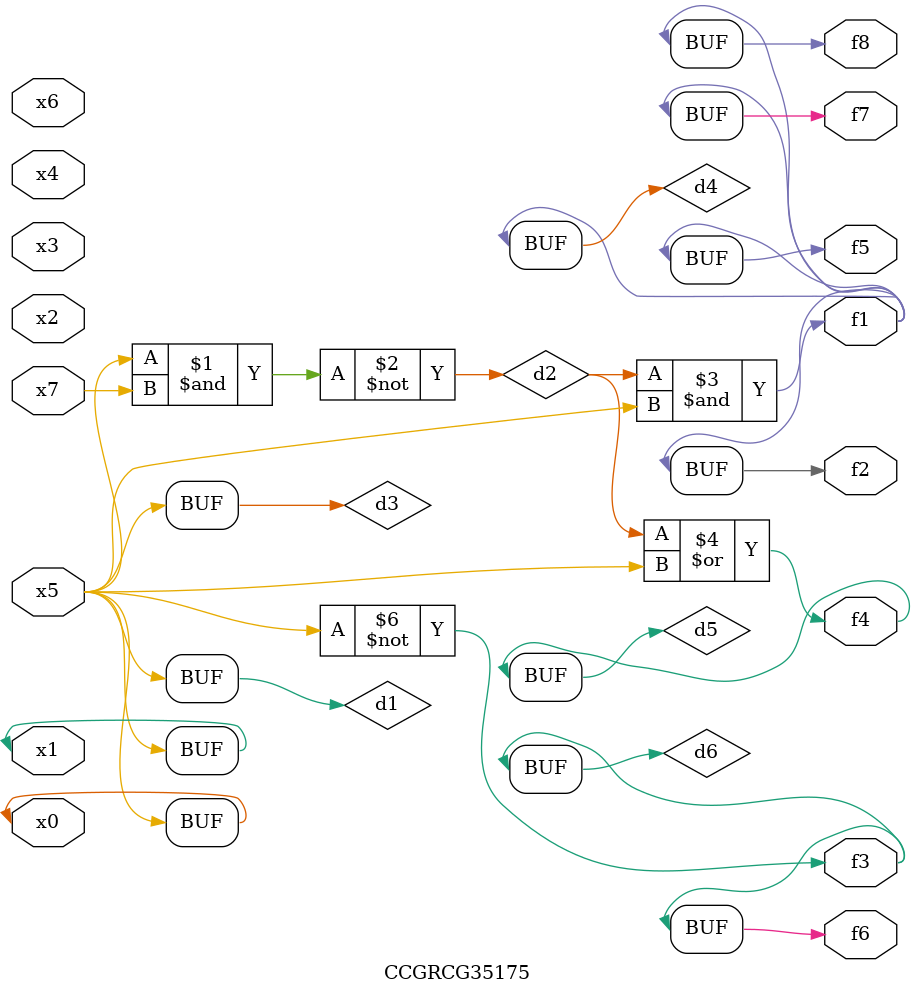
<source format=v>
module CCGRCG35175(
	input x0, x1, x2, x3, x4, x5, x6, x7,
	output f1, f2, f3, f4, f5, f6, f7, f8
);

	wire d1, d2, d3, d4, d5, d6;

	buf (d1, x0, x5);
	nand (d2, x5, x7);
	buf (d3, x0, x1);
	and (d4, d2, d3);
	or (d5, d2, d3);
	nor (d6, d1, d3);
	assign f1 = d4;
	assign f2 = d4;
	assign f3 = d6;
	assign f4 = d5;
	assign f5 = d4;
	assign f6 = d6;
	assign f7 = d4;
	assign f8 = d4;
endmodule

</source>
